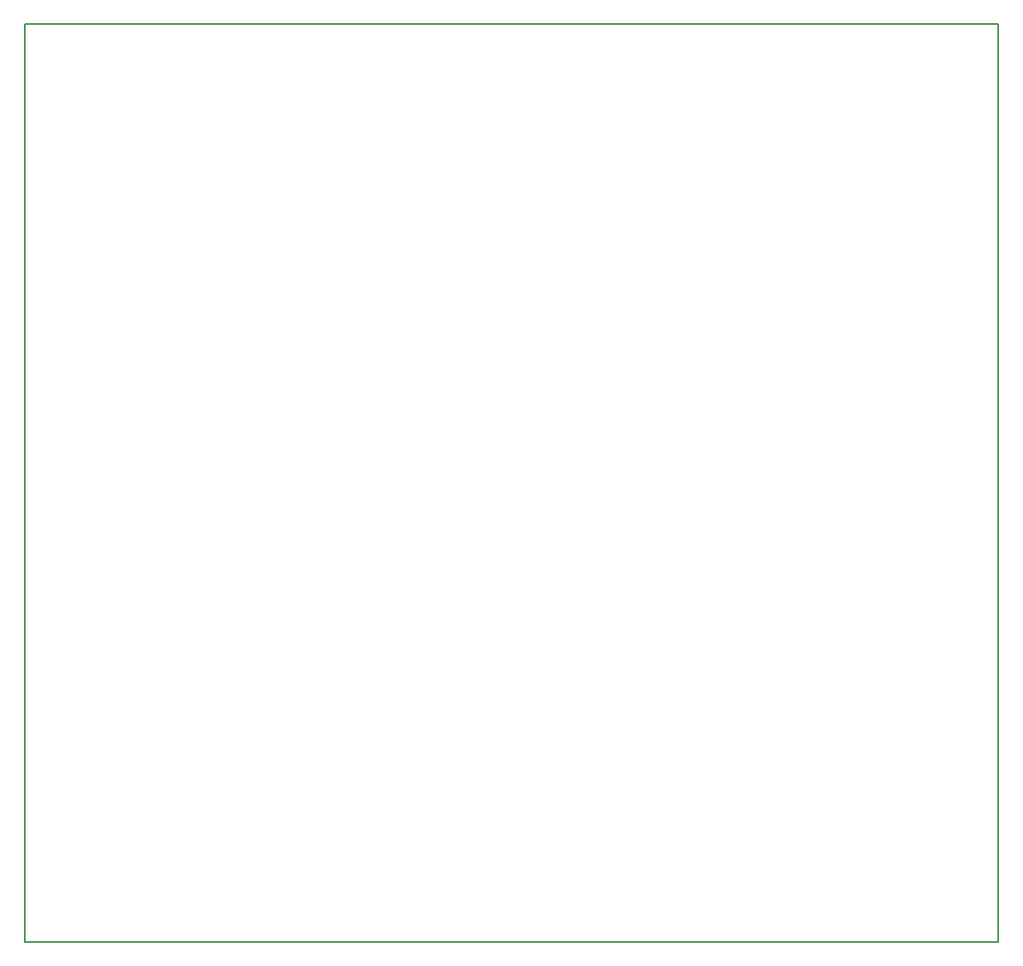
<source format=gm1>
G04 #@! TF.FileFunction,Profile,NP*
%FSLAX46Y46*%
G04 Gerber Fmt 4.6, Leading zero omitted, Abs format (unit mm)*
G04 Created by KiCad (PCBNEW 4.0.7-e2-6376~58~ubuntu16.04.1) date Thu Dec 14 21:04:02 2023*
%MOMM*%
%LPD*%
G01*
G04 APERTURE LIST*
%ADD10C,0.100000*%
%ADD11C,0.150000*%
G04 APERTURE END LIST*
D10*
D11*
X174900000Y-38710000D02*
X174900000Y-129510000D01*
X271150000Y-38710000D02*
X174900000Y-38710000D01*
X271150000Y-129510000D02*
X271150000Y-38710000D01*
X174900000Y-129510000D02*
X271150000Y-129510000D01*
M02*

</source>
